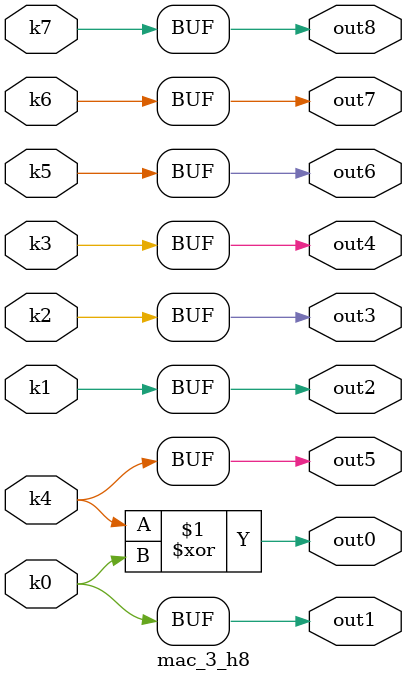
<source format=v>
module mac_3(pi0, pi1, pi2, pi3, pi4, pi5, pi6, pi7, pi8, po0, po1, po2, po3, po4, po5, po6, po7, po8);
input pi0, pi1, pi2, pi3, pi4, pi5, pi6, pi7, pi8;
output po0, po1, po2, po3, po4, po5, po6, po7, po8;
wire k0, k1, k2, k3, k4, k5, k6, k7;
mac_3_w8 DUT1 (pi0, pi1, pi2, pi3, pi4, pi5, pi6, pi7, pi8, k0, k1, k2, k3, k4, k5, k6, k7);
mac_3_h8 DUT2 (k0, k1, k2, k3, k4, k5, k6, k7, po0, po1, po2, po3, po4, po5, po6, po7, po8);
endmodule

module mac_3_w8(in8, in7, in6, in5, in4, in3, in2, in1, in0, k7, k6, k5, k4, k3, k2, k1, k0);
input in8, in7, in6, in5, in4, in3, in2, in1, in0;
output k7, k6, k5, k4, k3, k2, k1, k0;
assign k0 =   (~in2 | ~in7) & (~in5 | ~in3);
assign k1 =   (~in0 | ((~in8 | ~in2) & (~in5 | ~in4))) & (~in8 | ~in2 | ~in5 | ~in4);
assign k2 =   (((in1 & ((in4 & ~in5 & in3) | (in6 & in5 & ~in3))) | (~in1 & ((in6 & in4 & in5 & in3) | (~in5 & ~in3))) | (~in6 & (~in4 | ~in5)) | (~in4 & ~in3)) & ((in0 & (~in8 | ~in2)) | (in8 & in2 & ~in0))) | (((~in0 & (~in8 | ~in2)) | (in8 & in2 & in0)) & ((in4 & ((in1 & ((in5 & in3) | (in6 & ~in5 & ~in3))) | (in5 & (~in6 | (~in1 & ~in3))))) | (in6 & in3 & (~in4 | (~in1 & ~in5)))));
assign k3 =   (in1 & (~in6 | ~in4)) | (in6 & in4 & ~in1);
assign k4 =   in3;
assign k5 =   in4;
assign k6 =   in7;
assign k7 =   in8;
endmodule

module mac_3_h8(k7, k6, k5, k4, k3, k2, k1, k0, out8, out7, out6, out5, out4, out3, out2, out1, out0);
input k7, k6, k5, k4, k3, k2, k1, k0;
output out8, out7, out6, out5, out4, out3, out2, out1, out0;
assign out0 = k4 ^ k0;
assign out1 = k0;
assign out2 = k1;
assign out3 = k2;
assign out4 = k3;
assign out5 = k4;
assign out6 = k5;
assign out7 = k6;
assign out8 = k7;
endmodule

</source>
